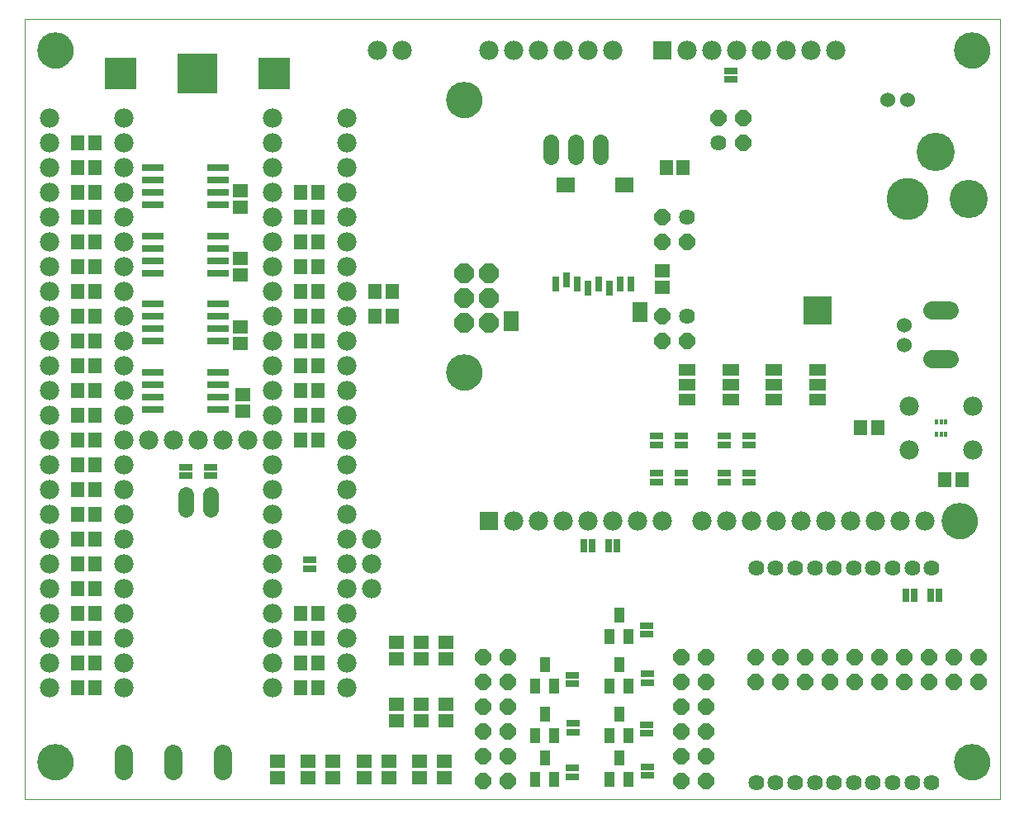
<source format=gbs>
G75*
G70*
%OFA0B0*%
%FSLAX24Y24*%
%IPPOS*%
%LPD*%
%AMOC8*
5,1,8,0,0,1.08239X$1,22.5*
%
%ADD10C,0.0000*%
%ADD11C,0.1457*%
%ADD12C,0.0780*%
%ADD13R,0.0780X0.0780*%
%ADD14OC8,0.0780*%
%ADD15R,0.0552X0.0631*%
%ADD16C,0.0600*%
%ADD17C,0.1700*%
%ADD18C,0.1542*%
%ADD19C,0.0745*%
%ADD20C,0.0640*%
%ADD21R,0.1600X0.1600*%
%ADD22R,0.1290X0.1290*%
%ADD23R,0.0591X0.0788*%
%ADD24R,0.0749X0.0591*%
%ADD25R,0.0316X0.0631*%
%ADD26R,0.0631X0.0552*%
%ADD27R,0.0906X0.0276*%
%ADD28R,0.0290X0.0540*%
%ADD29R,0.0540X0.0290*%
%ADD30C,0.0640*%
%ADD31OC8,0.0640*%
%ADD32R,0.0158X0.0237*%
%ADD33R,0.0670X0.0500*%
%ADD34R,0.1181X0.1181*%
%ADD35R,0.0434X0.0591*%
D10*
X000930Y005893D02*
X000930Y037389D01*
X040300Y037389D01*
X040300Y005893D01*
X000930Y005893D01*
X001463Y007403D02*
X001465Y007456D01*
X001471Y007509D01*
X001481Y007561D01*
X001494Y007612D01*
X001512Y007662D01*
X001533Y007711D01*
X001558Y007758D01*
X001586Y007802D01*
X001618Y007845D01*
X001652Y007885D01*
X001690Y007923D01*
X001730Y007957D01*
X001773Y007989D01*
X001818Y008017D01*
X001864Y008042D01*
X001913Y008063D01*
X001963Y008081D01*
X002014Y008094D01*
X002066Y008104D01*
X002119Y008110D01*
X002172Y008112D01*
X002225Y008110D01*
X002278Y008104D01*
X002330Y008094D01*
X002381Y008081D01*
X002431Y008063D01*
X002480Y008042D01*
X002527Y008017D01*
X002571Y007989D01*
X002614Y007957D01*
X002654Y007923D01*
X002692Y007885D01*
X002726Y007845D01*
X002758Y007802D01*
X002786Y007757D01*
X002811Y007711D01*
X002832Y007662D01*
X002850Y007612D01*
X002863Y007561D01*
X002873Y007509D01*
X002879Y007456D01*
X002881Y007403D01*
X002879Y007350D01*
X002873Y007297D01*
X002863Y007245D01*
X002850Y007194D01*
X002832Y007144D01*
X002811Y007095D01*
X002786Y007048D01*
X002758Y007004D01*
X002726Y006961D01*
X002692Y006921D01*
X002654Y006883D01*
X002614Y006849D01*
X002571Y006817D01*
X002526Y006789D01*
X002480Y006764D01*
X002431Y006743D01*
X002381Y006725D01*
X002330Y006712D01*
X002278Y006702D01*
X002225Y006696D01*
X002172Y006694D01*
X002119Y006696D01*
X002066Y006702D01*
X002014Y006712D01*
X001963Y006725D01*
X001913Y006743D01*
X001864Y006764D01*
X001817Y006789D01*
X001773Y006817D01*
X001730Y006849D01*
X001690Y006883D01*
X001652Y006921D01*
X001618Y006961D01*
X001586Y007004D01*
X001558Y007049D01*
X001533Y007095D01*
X001512Y007144D01*
X001494Y007194D01*
X001481Y007245D01*
X001471Y007297D01*
X001465Y007350D01*
X001463Y007403D01*
X017971Y023143D02*
X017973Y023196D01*
X017979Y023249D01*
X017989Y023301D01*
X018002Y023352D01*
X018020Y023402D01*
X018041Y023451D01*
X018066Y023498D01*
X018094Y023542D01*
X018126Y023585D01*
X018160Y023625D01*
X018198Y023663D01*
X018238Y023697D01*
X018281Y023729D01*
X018326Y023757D01*
X018372Y023782D01*
X018421Y023803D01*
X018471Y023821D01*
X018522Y023834D01*
X018574Y023844D01*
X018627Y023850D01*
X018680Y023852D01*
X018733Y023850D01*
X018786Y023844D01*
X018838Y023834D01*
X018889Y023821D01*
X018939Y023803D01*
X018988Y023782D01*
X019035Y023757D01*
X019079Y023729D01*
X019122Y023697D01*
X019162Y023663D01*
X019200Y023625D01*
X019234Y023585D01*
X019266Y023542D01*
X019294Y023497D01*
X019319Y023451D01*
X019340Y023402D01*
X019358Y023352D01*
X019371Y023301D01*
X019381Y023249D01*
X019387Y023196D01*
X019389Y023143D01*
X019387Y023090D01*
X019381Y023037D01*
X019371Y022985D01*
X019358Y022934D01*
X019340Y022884D01*
X019319Y022835D01*
X019294Y022788D01*
X019266Y022744D01*
X019234Y022701D01*
X019200Y022661D01*
X019162Y022623D01*
X019122Y022589D01*
X019079Y022557D01*
X019034Y022529D01*
X018988Y022504D01*
X018939Y022483D01*
X018889Y022465D01*
X018838Y022452D01*
X018786Y022442D01*
X018733Y022436D01*
X018680Y022434D01*
X018627Y022436D01*
X018574Y022442D01*
X018522Y022452D01*
X018471Y022465D01*
X018421Y022483D01*
X018372Y022504D01*
X018325Y022529D01*
X018281Y022557D01*
X018238Y022589D01*
X018198Y022623D01*
X018160Y022661D01*
X018126Y022701D01*
X018094Y022744D01*
X018066Y022789D01*
X018041Y022835D01*
X018020Y022884D01*
X018002Y022934D01*
X017989Y022985D01*
X017979Y023037D01*
X017973Y023090D01*
X017971Y023143D01*
X017971Y034143D02*
X017973Y034196D01*
X017979Y034249D01*
X017989Y034301D01*
X018002Y034352D01*
X018020Y034402D01*
X018041Y034451D01*
X018066Y034498D01*
X018094Y034542D01*
X018126Y034585D01*
X018160Y034625D01*
X018198Y034663D01*
X018238Y034697D01*
X018281Y034729D01*
X018326Y034757D01*
X018372Y034782D01*
X018421Y034803D01*
X018471Y034821D01*
X018522Y034834D01*
X018574Y034844D01*
X018627Y034850D01*
X018680Y034852D01*
X018733Y034850D01*
X018786Y034844D01*
X018838Y034834D01*
X018889Y034821D01*
X018939Y034803D01*
X018988Y034782D01*
X019035Y034757D01*
X019079Y034729D01*
X019122Y034697D01*
X019162Y034663D01*
X019200Y034625D01*
X019234Y034585D01*
X019266Y034542D01*
X019294Y034497D01*
X019319Y034451D01*
X019340Y034402D01*
X019358Y034352D01*
X019371Y034301D01*
X019381Y034249D01*
X019387Y034196D01*
X019389Y034143D01*
X019387Y034090D01*
X019381Y034037D01*
X019371Y033985D01*
X019358Y033934D01*
X019340Y033884D01*
X019319Y033835D01*
X019294Y033788D01*
X019266Y033744D01*
X019234Y033701D01*
X019200Y033661D01*
X019162Y033623D01*
X019122Y033589D01*
X019079Y033557D01*
X019034Y033529D01*
X018988Y033504D01*
X018939Y033483D01*
X018889Y033465D01*
X018838Y033452D01*
X018786Y033442D01*
X018733Y033436D01*
X018680Y033434D01*
X018627Y033436D01*
X018574Y033442D01*
X018522Y033452D01*
X018471Y033465D01*
X018421Y033483D01*
X018372Y033504D01*
X018325Y033529D01*
X018281Y033557D01*
X018238Y033589D01*
X018198Y033623D01*
X018160Y033661D01*
X018126Y033701D01*
X018094Y033744D01*
X018066Y033789D01*
X018041Y033835D01*
X018020Y033884D01*
X018002Y033934D01*
X017989Y033985D01*
X017979Y034037D01*
X017973Y034090D01*
X017971Y034143D01*
X001463Y036143D02*
X001465Y036196D01*
X001471Y036249D01*
X001481Y036301D01*
X001494Y036352D01*
X001512Y036402D01*
X001533Y036451D01*
X001558Y036498D01*
X001586Y036542D01*
X001618Y036585D01*
X001652Y036625D01*
X001690Y036663D01*
X001730Y036697D01*
X001773Y036729D01*
X001818Y036757D01*
X001864Y036782D01*
X001913Y036803D01*
X001963Y036821D01*
X002014Y036834D01*
X002066Y036844D01*
X002119Y036850D01*
X002172Y036852D01*
X002225Y036850D01*
X002278Y036844D01*
X002330Y036834D01*
X002381Y036821D01*
X002431Y036803D01*
X002480Y036782D01*
X002527Y036757D01*
X002571Y036729D01*
X002614Y036697D01*
X002654Y036663D01*
X002692Y036625D01*
X002726Y036585D01*
X002758Y036542D01*
X002786Y036497D01*
X002811Y036451D01*
X002832Y036402D01*
X002850Y036352D01*
X002863Y036301D01*
X002873Y036249D01*
X002879Y036196D01*
X002881Y036143D01*
X002879Y036090D01*
X002873Y036037D01*
X002863Y035985D01*
X002850Y035934D01*
X002832Y035884D01*
X002811Y035835D01*
X002786Y035788D01*
X002758Y035744D01*
X002726Y035701D01*
X002692Y035661D01*
X002654Y035623D01*
X002614Y035589D01*
X002571Y035557D01*
X002526Y035529D01*
X002480Y035504D01*
X002431Y035483D01*
X002381Y035465D01*
X002330Y035452D01*
X002278Y035442D01*
X002225Y035436D01*
X002172Y035434D01*
X002119Y035436D01*
X002066Y035442D01*
X002014Y035452D01*
X001963Y035465D01*
X001913Y035483D01*
X001864Y035504D01*
X001817Y035529D01*
X001773Y035557D01*
X001730Y035589D01*
X001690Y035623D01*
X001652Y035661D01*
X001618Y035701D01*
X001586Y035744D01*
X001558Y035789D01*
X001533Y035835D01*
X001512Y035884D01*
X001494Y035934D01*
X001481Y035985D01*
X001471Y036037D01*
X001465Y036090D01*
X001463Y036143D01*
X038471Y036143D02*
X038473Y036196D01*
X038479Y036249D01*
X038489Y036301D01*
X038502Y036352D01*
X038520Y036402D01*
X038541Y036451D01*
X038566Y036498D01*
X038594Y036542D01*
X038626Y036585D01*
X038660Y036625D01*
X038698Y036663D01*
X038738Y036697D01*
X038781Y036729D01*
X038826Y036757D01*
X038872Y036782D01*
X038921Y036803D01*
X038971Y036821D01*
X039022Y036834D01*
X039074Y036844D01*
X039127Y036850D01*
X039180Y036852D01*
X039233Y036850D01*
X039286Y036844D01*
X039338Y036834D01*
X039389Y036821D01*
X039439Y036803D01*
X039488Y036782D01*
X039535Y036757D01*
X039579Y036729D01*
X039622Y036697D01*
X039662Y036663D01*
X039700Y036625D01*
X039734Y036585D01*
X039766Y036542D01*
X039794Y036497D01*
X039819Y036451D01*
X039840Y036402D01*
X039858Y036352D01*
X039871Y036301D01*
X039881Y036249D01*
X039887Y036196D01*
X039889Y036143D01*
X039887Y036090D01*
X039881Y036037D01*
X039871Y035985D01*
X039858Y035934D01*
X039840Y035884D01*
X039819Y035835D01*
X039794Y035788D01*
X039766Y035744D01*
X039734Y035701D01*
X039700Y035661D01*
X039662Y035623D01*
X039622Y035589D01*
X039579Y035557D01*
X039534Y035529D01*
X039488Y035504D01*
X039439Y035483D01*
X039389Y035465D01*
X039338Y035452D01*
X039286Y035442D01*
X039233Y035436D01*
X039180Y035434D01*
X039127Y035436D01*
X039074Y035442D01*
X039022Y035452D01*
X038971Y035465D01*
X038921Y035483D01*
X038872Y035504D01*
X038825Y035529D01*
X038781Y035557D01*
X038738Y035589D01*
X038698Y035623D01*
X038660Y035661D01*
X038626Y035701D01*
X038594Y035744D01*
X038566Y035789D01*
X038541Y035835D01*
X038520Y035884D01*
X038502Y035934D01*
X038489Y035985D01*
X038479Y036037D01*
X038473Y036090D01*
X038471Y036143D01*
X037971Y017143D02*
X037973Y017196D01*
X037979Y017249D01*
X037989Y017301D01*
X038002Y017352D01*
X038020Y017402D01*
X038041Y017451D01*
X038066Y017498D01*
X038094Y017542D01*
X038126Y017585D01*
X038160Y017625D01*
X038198Y017663D01*
X038238Y017697D01*
X038281Y017729D01*
X038326Y017757D01*
X038372Y017782D01*
X038421Y017803D01*
X038471Y017821D01*
X038522Y017834D01*
X038574Y017844D01*
X038627Y017850D01*
X038680Y017852D01*
X038733Y017850D01*
X038786Y017844D01*
X038838Y017834D01*
X038889Y017821D01*
X038939Y017803D01*
X038988Y017782D01*
X039035Y017757D01*
X039079Y017729D01*
X039122Y017697D01*
X039162Y017663D01*
X039200Y017625D01*
X039234Y017585D01*
X039266Y017542D01*
X039294Y017497D01*
X039319Y017451D01*
X039340Y017402D01*
X039358Y017352D01*
X039371Y017301D01*
X039381Y017249D01*
X039387Y017196D01*
X039389Y017143D01*
X039387Y017090D01*
X039381Y017037D01*
X039371Y016985D01*
X039358Y016934D01*
X039340Y016884D01*
X039319Y016835D01*
X039294Y016788D01*
X039266Y016744D01*
X039234Y016701D01*
X039200Y016661D01*
X039162Y016623D01*
X039122Y016589D01*
X039079Y016557D01*
X039034Y016529D01*
X038988Y016504D01*
X038939Y016483D01*
X038889Y016465D01*
X038838Y016452D01*
X038786Y016442D01*
X038733Y016436D01*
X038680Y016434D01*
X038627Y016436D01*
X038574Y016442D01*
X038522Y016452D01*
X038471Y016465D01*
X038421Y016483D01*
X038372Y016504D01*
X038325Y016529D01*
X038281Y016557D01*
X038238Y016589D01*
X038198Y016623D01*
X038160Y016661D01*
X038126Y016701D01*
X038094Y016744D01*
X038066Y016789D01*
X038041Y016835D01*
X038020Y016884D01*
X038002Y016934D01*
X037989Y016985D01*
X037979Y017037D01*
X037973Y017090D01*
X037971Y017143D01*
X038471Y007403D02*
X038473Y007456D01*
X038479Y007509D01*
X038489Y007561D01*
X038502Y007612D01*
X038520Y007662D01*
X038541Y007711D01*
X038566Y007758D01*
X038594Y007802D01*
X038626Y007845D01*
X038660Y007885D01*
X038698Y007923D01*
X038738Y007957D01*
X038781Y007989D01*
X038826Y008017D01*
X038872Y008042D01*
X038921Y008063D01*
X038971Y008081D01*
X039022Y008094D01*
X039074Y008104D01*
X039127Y008110D01*
X039180Y008112D01*
X039233Y008110D01*
X039286Y008104D01*
X039338Y008094D01*
X039389Y008081D01*
X039439Y008063D01*
X039488Y008042D01*
X039535Y008017D01*
X039579Y007989D01*
X039622Y007957D01*
X039662Y007923D01*
X039700Y007885D01*
X039734Y007845D01*
X039766Y007802D01*
X039794Y007757D01*
X039819Y007711D01*
X039840Y007662D01*
X039858Y007612D01*
X039871Y007561D01*
X039881Y007509D01*
X039887Y007456D01*
X039889Y007403D01*
X039887Y007350D01*
X039881Y007297D01*
X039871Y007245D01*
X039858Y007194D01*
X039840Y007144D01*
X039819Y007095D01*
X039794Y007048D01*
X039766Y007004D01*
X039734Y006961D01*
X039700Y006921D01*
X039662Y006883D01*
X039622Y006849D01*
X039579Y006817D01*
X039534Y006789D01*
X039488Y006764D01*
X039439Y006743D01*
X039389Y006725D01*
X039338Y006712D01*
X039286Y006702D01*
X039233Y006696D01*
X039180Y006694D01*
X039127Y006696D01*
X039074Y006702D01*
X039022Y006712D01*
X038971Y006725D01*
X038921Y006743D01*
X038872Y006764D01*
X038825Y006789D01*
X038781Y006817D01*
X038738Y006849D01*
X038698Y006883D01*
X038660Y006921D01*
X038626Y006961D01*
X038594Y007004D01*
X038566Y007049D01*
X038541Y007095D01*
X038520Y007144D01*
X038502Y007194D01*
X038489Y007245D01*
X038479Y007297D01*
X038473Y007350D01*
X038471Y007403D01*
D11*
X039180Y007403D03*
X038680Y017143D03*
X018680Y023143D03*
X018680Y034143D03*
X002172Y036143D03*
X002172Y007403D03*
X039180Y036143D03*
D12*
X033680Y036143D03*
X032680Y036143D03*
X031680Y036143D03*
X030680Y036143D03*
X029680Y036143D03*
X028680Y036143D03*
X027680Y036143D03*
X024680Y036143D03*
X023680Y036143D03*
X022680Y036143D03*
X021680Y036143D03*
X020680Y036143D03*
X019680Y036143D03*
X016180Y036143D03*
X015180Y036143D03*
X013930Y033393D03*
X013930Y032393D03*
X013930Y031393D03*
X013930Y030393D03*
X013930Y029393D03*
X013930Y028393D03*
X013930Y027393D03*
X013930Y026393D03*
X013930Y025393D03*
X013930Y024393D03*
X013930Y023393D03*
X013930Y022393D03*
X013930Y021393D03*
X013930Y020393D03*
X013930Y019393D03*
X013930Y018393D03*
X013930Y017393D03*
X013930Y016393D03*
X014930Y016393D03*
X014930Y015393D03*
X014930Y014393D03*
X013930Y014393D03*
X013930Y013393D03*
X013930Y012393D03*
X013930Y011393D03*
X013930Y010393D03*
X010930Y010393D03*
X010930Y011393D03*
X010930Y012393D03*
X010930Y013393D03*
X010930Y014393D03*
X010930Y015393D03*
X010930Y016393D03*
X010930Y017393D03*
X010930Y018393D03*
X010930Y019393D03*
X010930Y020393D03*
X009930Y020393D03*
X008930Y020393D03*
X007930Y020393D03*
X006930Y020393D03*
X005930Y020393D03*
X004930Y020393D03*
X004930Y019393D03*
X004930Y018393D03*
X004930Y017393D03*
X004930Y016393D03*
X004930Y015393D03*
X004930Y014393D03*
X004930Y013393D03*
X004930Y012393D03*
X004930Y011393D03*
X004930Y010393D03*
X001930Y010393D03*
X001930Y011393D03*
X001930Y012393D03*
X001930Y013393D03*
X001930Y014393D03*
X001930Y015393D03*
X001930Y016393D03*
X001930Y017393D03*
X001930Y018393D03*
X001930Y019393D03*
X001930Y020393D03*
X001930Y021393D03*
X001930Y022393D03*
X001930Y023393D03*
X001930Y024393D03*
X001930Y025393D03*
X001930Y026393D03*
X001930Y027393D03*
X001930Y028393D03*
X001930Y029393D03*
X001930Y030393D03*
X001930Y031393D03*
X001930Y032393D03*
X001930Y033393D03*
X004930Y033393D03*
X004930Y032393D03*
X004930Y031393D03*
X004930Y030393D03*
X004930Y029393D03*
X004930Y028393D03*
X004930Y027393D03*
X004930Y026393D03*
X004930Y025393D03*
X004930Y024393D03*
X004930Y023393D03*
X004930Y022393D03*
X004930Y021393D03*
X010930Y021393D03*
X010930Y022393D03*
X010930Y023393D03*
X010930Y024393D03*
X010930Y025393D03*
X010930Y026393D03*
X010930Y027393D03*
X010930Y028393D03*
X010930Y029393D03*
X010930Y030393D03*
X010930Y031393D03*
X010930Y032393D03*
X010930Y033393D03*
X020680Y017143D03*
X021680Y017143D03*
X022680Y017143D03*
X023680Y017143D03*
X024680Y017143D03*
X025680Y017143D03*
X026680Y017143D03*
X028280Y017143D03*
X029280Y017143D03*
X030280Y017143D03*
X031280Y017143D03*
X032280Y017143D03*
X033280Y017143D03*
X034280Y017143D03*
X035280Y017143D03*
X036280Y017143D03*
X037280Y017143D03*
X036650Y020003D03*
X036650Y021783D03*
X039210Y021783D03*
X039210Y020003D03*
X013930Y015393D03*
D13*
X019680Y017143D03*
X026680Y036143D03*
D14*
X019680Y027143D03*
X019680Y026143D03*
X019680Y025143D03*
X018680Y025143D03*
X018680Y026143D03*
X018680Y027143D03*
D15*
X015765Y026393D03*
X015095Y026393D03*
X015095Y025393D03*
X015765Y025393D03*
X012765Y025393D03*
X012095Y025393D03*
X012095Y024393D03*
X012765Y024393D03*
X012765Y023393D03*
X012095Y023393D03*
X012095Y022393D03*
X012765Y022393D03*
X012765Y021393D03*
X012095Y021393D03*
X012095Y020393D03*
X012765Y020393D03*
X012765Y026393D03*
X012095Y026393D03*
X012095Y027393D03*
X012765Y027393D03*
X012765Y028393D03*
X012095Y028393D03*
X012095Y029393D03*
X012765Y029393D03*
X012765Y030393D03*
X012095Y030393D03*
X003765Y030393D03*
X003095Y030393D03*
X003095Y029393D03*
X003765Y029393D03*
X003765Y028393D03*
X003095Y028393D03*
X003095Y027393D03*
X003765Y027393D03*
X003765Y026393D03*
X003095Y026393D03*
X003095Y025393D03*
X003765Y025393D03*
X003765Y024393D03*
X003095Y024393D03*
X003095Y023393D03*
X003765Y023393D03*
X003765Y022393D03*
X003095Y022393D03*
X003095Y021393D03*
X003765Y021393D03*
X003765Y020393D03*
X003095Y020393D03*
X003095Y019393D03*
X003765Y019393D03*
X003765Y018393D03*
X003095Y018393D03*
X003095Y017393D03*
X003765Y017393D03*
X003765Y016393D03*
X003095Y016393D03*
X003095Y015393D03*
X003765Y015393D03*
X003765Y014393D03*
X003095Y014393D03*
X003095Y013393D03*
X003765Y013393D03*
X003765Y012393D03*
X003095Y012393D03*
X003095Y011393D03*
X003765Y011393D03*
X003765Y010393D03*
X003095Y010393D03*
X012095Y010393D03*
X012765Y010393D03*
X012765Y011393D03*
X012095Y011393D03*
X012095Y012393D03*
X012765Y012393D03*
X012765Y013393D03*
X012095Y013393D03*
X003765Y031393D03*
X003095Y031393D03*
X003095Y032393D03*
X003765Y032393D03*
X026845Y031393D03*
X027515Y031393D03*
X034695Y020893D03*
X035365Y020893D03*
X038095Y018793D03*
X038765Y018793D03*
D16*
X036430Y024250D03*
X036430Y025037D03*
X036574Y034143D03*
X035786Y034143D03*
D17*
X036576Y030143D03*
D18*
X037698Y032033D03*
X039036Y030143D03*
D19*
X038283Y025628D02*
X037578Y025628D01*
X037578Y023659D02*
X038283Y023659D01*
X008930Y007746D02*
X008930Y007041D01*
X006930Y007041D02*
X006930Y007746D01*
X004930Y007746D02*
X004930Y007041D01*
D20*
X007430Y017593D02*
X007430Y018193D01*
X008430Y018193D02*
X008430Y017593D01*
X022180Y031843D02*
X022180Y032443D01*
X023180Y032443D02*
X023180Y031843D01*
X024180Y031843D02*
X024180Y032443D01*
D21*
X007900Y035217D03*
D22*
X011000Y035217D03*
X004800Y035217D03*
D23*
X020576Y025208D03*
X025773Y025563D03*
D24*
X025143Y030720D03*
X022780Y030720D03*
D25*
X022820Y026862D03*
X023253Y026704D03*
X023686Y026547D03*
X024119Y026704D03*
X024552Y026547D03*
X024985Y026704D03*
X025418Y026704D03*
X022387Y026704D03*
D26*
X026680Y026559D03*
X026680Y027228D03*
X009630Y027059D03*
X009630Y027728D03*
X009630Y029809D03*
X009630Y030478D03*
X009630Y024978D03*
X009630Y024309D03*
X009730Y022228D03*
X009730Y021559D03*
X015930Y012228D03*
X015930Y011559D03*
X016930Y011559D03*
X016930Y012228D03*
X017930Y012228D03*
X017930Y011559D03*
X017930Y009728D03*
X017930Y009059D03*
X016930Y009059D03*
X016930Y009728D03*
X015930Y009728D03*
X015930Y009059D03*
X015630Y007428D03*
X015630Y006759D03*
X014630Y006759D03*
X014630Y007428D03*
X013380Y007428D03*
X013380Y006759D03*
X012380Y006759D03*
X012380Y007428D03*
X011130Y007428D03*
X011130Y006759D03*
X016880Y006759D03*
X016880Y007428D03*
X017880Y007428D03*
X017880Y006759D03*
D27*
X008741Y021643D03*
X008741Y022143D03*
X008741Y022643D03*
X008741Y023143D03*
X008741Y024393D03*
X008741Y024893D03*
X008741Y025393D03*
X008741Y025893D03*
X008741Y027143D03*
X008741Y027643D03*
X008741Y028143D03*
X008741Y028643D03*
X008741Y029893D03*
X008741Y030393D03*
X008741Y030893D03*
X008741Y031393D03*
X006119Y031393D03*
X006119Y030893D03*
X006119Y030393D03*
X006119Y029893D03*
X006119Y028643D03*
X006119Y028143D03*
X006119Y027643D03*
X006119Y027143D03*
X006119Y025893D03*
X006119Y025393D03*
X006119Y024893D03*
X006119Y024393D03*
X006119Y023143D03*
X006119Y022643D03*
X006119Y022143D03*
X006119Y021643D03*
D28*
X023503Y016143D03*
X023857Y016143D03*
X024503Y016143D03*
X024857Y016143D03*
X036503Y014143D03*
X036857Y014143D03*
X037503Y014143D03*
X037857Y014143D03*
D29*
X030180Y018716D03*
X030180Y019070D03*
X029180Y019070D03*
X029180Y018716D03*
X029180Y020216D03*
X029180Y020570D03*
X030180Y020570D03*
X030180Y020216D03*
X027430Y020216D03*
X027430Y020570D03*
X026430Y020570D03*
X026430Y020216D03*
X026430Y019070D03*
X026430Y018716D03*
X027430Y018716D03*
X027430Y019070D03*
X026030Y012920D03*
X026030Y012566D03*
X026080Y010970D03*
X026080Y010616D03*
X026030Y008921D03*
X026030Y008566D03*
X026080Y007220D03*
X026080Y006866D03*
X023030Y006816D03*
X023030Y007170D03*
X023080Y008616D03*
X023080Y008970D03*
X023030Y010566D03*
X023030Y010920D03*
X012430Y015216D03*
X012430Y015570D03*
X008430Y018966D03*
X008430Y019320D03*
X007430Y019320D03*
X007430Y018966D03*
X029430Y034966D03*
X029430Y035320D03*
D30*
X028930Y032393D03*
X027680Y029393D03*
X027680Y025393D03*
X030467Y015224D03*
X031255Y015224D03*
X032042Y015224D03*
X032830Y015224D03*
X033617Y015224D03*
X034404Y015224D03*
X035192Y015224D03*
X035979Y015224D03*
X036767Y015224D03*
X037554Y015224D03*
X037554Y006563D03*
X036767Y006563D03*
X035979Y006563D03*
X035192Y006563D03*
X034404Y006563D03*
X033617Y006563D03*
X032830Y006563D03*
X032042Y006563D03*
X031255Y006563D03*
X030467Y006563D03*
D31*
X028430Y006643D03*
X027430Y006643D03*
X027430Y007643D03*
X028430Y007643D03*
X028430Y008643D03*
X027430Y008643D03*
X027430Y009643D03*
X028430Y009643D03*
X028430Y010643D03*
X027430Y010643D03*
X027430Y011643D03*
X028430Y011643D03*
X030430Y011643D03*
X031430Y011643D03*
X031430Y010643D03*
X030430Y010643D03*
X032430Y010643D03*
X033430Y010643D03*
X034430Y010643D03*
X035430Y010643D03*
X036430Y010643D03*
X037430Y010643D03*
X038430Y010643D03*
X039430Y010643D03*
X039430Y011643D03*
X038430Y011643D03*
X037430Y011643D03*
X036430Y011643D03*
X035430Y011643D03*
X034430Y011643D03*
X033430Y011643D03*
X032430Y011643D03*
X020430Y011643D03*
X020430Y010643D03*
X020430Y009643D03*
X020430Y008643D03*
X019430Y008643D03*
X019430Y009643D03*
X019430Y010643D03*
X019430Y011643D03*
X019430Y007643D03*
X019430Y006643D03*
X020430Y006643D03*
X020430Y007643D03*
X026680Y024393D03*
X027680Y024393D03*
X026680Y025393D03*
X026680Y028393D03*
X027680Y028393D03*
X026680Y029393D03*
X029930Y032393D03*
X029930Y033393D03*
X028930Y033393D03*
D32*
X037733Y021149D03*
X037930Y021149D03*
X038127Y021149D03*
X038127Y020637D03*
X037930Y020637D03*
X037733Y020637D03*
D33*
X032930Y022043D03*
X032930Y022643D03*
X032930Y023243D03*
X031180Y023243D03*
X031180Y022643D03*
X031180Y022043D03*
X029430Y022043D03*
X029430Y022643D03*
X029430Y023243D03*
X027680Y023243D03*
X027680Y022643D03*
X027680Y022043D03*
D34*
X032930Y025643D03*
D35*
X024930Y013326D03*
X024556Y012460D03*
X025304Y012460D03*
X024930Y011326D03*
X024556Y010460D03*
X025304Y010460D03*
X024930Y009326D03*
X024556Y008460D03*
X025304Y008460D03*
X024930Y007576D03*
X024556Y006710D03*
X025304Y006710D03*
X022304Y006710D03*
X021556Y006710D03*
X021930Y007576D03*
X021556Y008460D03*
X022304Y008460D03*
X021930Y009326D03*
X021556Y010460D03*
X022304Y010460D03*
X021930Y011326D03*
M02*

</source>
